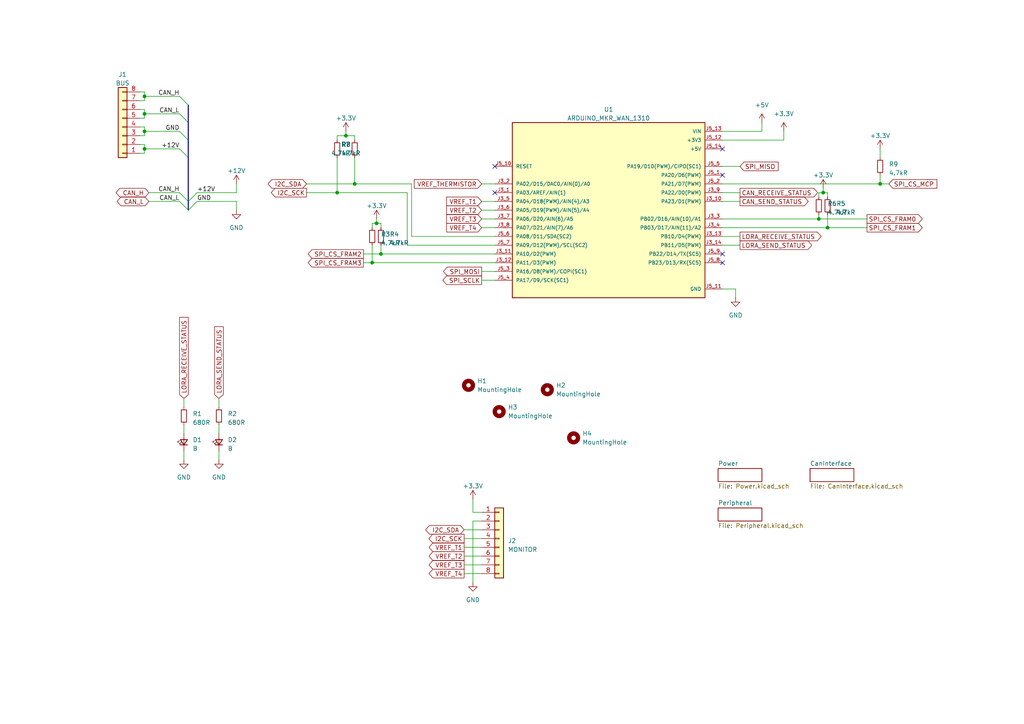
<source format=kicad_sch>
(kicad_sch (version 20250114) (generator "eeschema") (generator_version "9.0")
  (paper "A4")
  (lib_symbols
    (symbol "+3.3V_1" (power) (pin_numbers (hide yes)) (pin_names (offset 0) (hide yes))
      (property "Value" "+3.3V" (at 0 3.556 0))
      (symbol "+3.3V_1_0_1"
        (polyline (pts (xy -0.762 1.27) (xy 0 2.54)))
        (polyline (pts (xy 0 2.54) (xy 0.762 1.27)))
        (polyline (pts (xy 0 0) (xy 0 2.54)))
      )
      (symbol "+3.3V_1_1_1"
        (pin power_in line (at 0 0 90) (length 0) (name "~") (number "1"))
      )
    )
    (symbol "+5V_1" (power) (pin_numbers (hide yes)) (pin_names (offset 0) (hide yes))
      (property "Value" "+5V" (at 0 3.556 0))
      (symbol "+5V_1_0_1"
        (polyline (pts (xy -0.762 1.27) (xy 0 2.54)))
        (polyline (pts (xy 0 2.54) (xy 0.762 1.27)))
        (polyline (pts (xy 0 0) (xy 0 2.54)))
      )
      (symbol "+5V_1_1_1"
        (pin power_in line (at 0 0 90) (length 0) (name "~") (number "1"))
      )
    )
    (symbol "ARDUINO_MKR_WAN_1310:ARDUINO_MKR_WAN_1310" (pin_names (offset 1.016))
      (property "Reference" "U" (at -27.94 27.94 0))
      (property "Value" "ARDUINO_MKR_WAN_1310" (at -27.94 -27.94 0))
      (symbol "ARDUINO_MKR_WAN_1310_0_0"
        (rectangle (start -27.94 -25.4) (end 27.94 25.4) (stroke (width 0.254)) (fill (type background)))
        (pin input line (at -33.02 12.7 0) (length 5.08) (name "RESET") (number "J5_10"))
        (pin bidirectional line (at -33.02 7.62 0) (length 5.08) (name "PA02/D15/DAC0/AIN(0)/A0") (number "J3_2"))
        (pin bidirectional line (at -33.02 5.08 0) (length 5.08) (name "PA03/AREF/AIN(1)") (number "J3_1"))
        (pin bidirectional line (at -33.02 2.54 0) (length 5.08) (name "PA04/D18(PWM)/AIN(4)/A3") (number "J3_5"))
        (pin bidirectional line (at -33.02 0 0) (length 5.08) (name "PA05/D19(PWM)/AIN(5)/A4") (number "J3_6"))
        (pin bidirectional line (at -33.02 -2.54 0) (length 5.08) (name "PA06/D20/AIN(6)/A5") (number "J3_7"))
        (pin bidirectional line (at -33.02 -5.08 0) (length 5.08) (name "PA07/D21/AIN(7)/A6") (number "J3_8"))
        (pin bidirectional line (at -33.02 -7.62 0) (length 5.08) (name "PA08/D11/SDA(SC2)") (number "J5_6"))
        (pin bidirectional line (at -33.02 -10.16 0) (length 5.08) (name "PA09/D12(PWM)/SCL(SC2)") (number "J5_7"))
        (pin bidirectional line (at -33.02 -12.7 0) (length 5.08) (name "PA10/D2(PWM)") (number "J3_11"))
        (pin bidirectional line (at -33.02 -15.24 0) (length 5.08) (name "PA11/D3(PWM)") (number "J3_12"))
        (pin bidirectional line (at -33.02 -17.78 0) (length 5.08) (name "PA16/D8(PWM)/COPI(SC1)") (number "J5_3"))
        (pin bidirectional line (at -33.02 -20.32 0) (length 5.08) (name "PA17/D9/SCK(SC1)") (number "J5_4"))
        (pin power_in line (at 33.02 22.86 180) (length 5.08) (name "VIN") (number "J5_13"))
        (pin power_in line (at 33.02 20.32 180) (length 5.08) (name "+3V3") (number "J5_12"))
        (pin power_in line (at 33.02 17.78 180) (length 5.08) (name "+5V") (number "J5_14"))
        (pin bidirectional line (at 33.02 12.7 180) (length 5.08) (name "PA19/D10(PWM)/CIPO(SC1)") (number "J5_5"))
        (pin bidirectional line (at 33.02 10.16 180) (length 5.08) (name "PA20/D6(PWM)") (number "J5_1"))
        (pin bidirectional line (at 33.02 7.62 180) (length 5.08) (name "PA21/D7(PWM)") (number "J5_2"))
        (pin bidirectional line (at 33.02 5.08 180) (length 5.08) (name "PA22/D0(PWM)") (number "J3_9"))
        (pin bidirectional line (at 33.02 2.54 180) (length 5.08) (name "PA23/D1(PWM)") (number "J3_10"))
        (pin bidirectional line (at 33.02 -2.54 180) (length 5.08) (name "PB02/D16/AIN(10)/A1") (number "J3_3"))
        (pin bidirectional line (at 33.02 -5.08 180) (length 5.08) (name "PB03/D17/AIN(11)/A2") (number "J3_4"))
        (pin bidirectional line (at 33.02 -7.62 180) (length 5.08) (name "PB10/D4(PWM)") (number "J3_13"))
        (pin bidirectional line (at 33.02 -10.16 180) (length 5.08) (name "PB11/D5(PWM)") (number "J3_14"))
        (pin bidirectional line (at 33.02 -12.7 180) (length 5.08) (name "PB22/D14/TX(SC5)") (number "J5_9"))
        (pin bidirectional line (at 33.02 -15.24 180) (length 5.08) (name "PB23/D13/RX(SC5)") (number "J5_8"))
        (pin power_in line (at 33.02 -22.86 180) (length 5.08) (name "GND") (number "J5_11"))
      )
    )
    (symbol "Connector_Generic:Conn_01x08" (pin_names (offset 1.016) (hide yes))
      (property "Reference" "J" (at 0 10.16 0))
      (property "Value" "Conn_01x08" (at 0 -12.7 0))
      (symbol "Conn_01x08_1_1"
        (rectangle (start -1.27 8.89) (end 1.27 -11.43) (stroke (width 0.254)) (fill (type background)))
        (rectangle (start -1.27 7.747) (end 0 7.493) (stroke (width 0.1524)))
        (rectangle (start -1.27 5.207) (end 0 4.953) (stroke (width 0.1524)))
        (rectangle (start -1.27 2.667) (end 0 2.413) (stroke (width 0.1524)))
        (rectangle (start -1.27 0.127) (end 0 -0.127) (stroke (width 0.1524)))
        (rectangle (start -1.27 -2.413) (end 0 -2.667) (stroke (width 0.1524)))
        (rectangle (start -1.27 -4.953) (end 0 -5.207) (stroke (width 0.1524)))
        (rectangle (start -1.27 -7.493) (end 0 -7.747) (stroke (width 0.1524)))
        (rectangle (start -1.27 -10.033) (end 0 -10.287) (stroke (width 0.1524)))
        (pin passive line (at -5.08 7.62 0) (length 3.81) (name "Pin_1") (number "1"))
        (pin passive line (at -5.08 5.08 0) (length 3.81) (name "Pin_2") (number "2"))
        (pin passive line (at -5.08 2.54 0) (length 3.81) (name "Pin_3") (number "3"))
        (pin passive line (at -5.08 0 0) (length 3.81) (name "Pin_4") (number "4"))
        (pin passive line (at -5.08 -2.54 0) (length 3.81) (name "Pin_5") (number "5"))
        (pin passive line (at -5.08 -5.08 0) (length 3.81) (name "Pin_6") (number "6"))
        (pin passive line (at -5.08 -7.62 0) (length 3.81) (name "Pin_7") (number "7"))
        (pin passive line (at -5.08 -10.16 0) (length 3.81) (name "Pin_8") (number "8"))
      )
    )
    (symbol "Device:LED_Small" (pin_numbers (hide yes)) (pin_names (offset 0.254) (hide yes))
      (property "Reference" "D" (at -1.27 3.175 0))
      (property "Value" "LED_Small" (at -4.445 -2.54 0))
      (symbol "LED_Small_0_1"
        (polyline (pts (xy -0.762 -1.016) (xy -0.762 1.016)) (stroke (width 0.254)))
        (polyline (pts (xy 0 0.762) (xy -0.508 1.27) (xy -0.254 1.27) (xy -0.508 1.27) (xy -0.508 1.016)))
        (polyline (pts (xy 0.508 1.27) (xy 0 1.778) (xy 0.254 1.778) (xy 0 1.778) (xy 0 1.524)))
        (polyline (pts (xy 0.762 -1.016) (xy -0.762 0) (xy 0.762 1.016) (xy 0.762 -1.016)) (stroke (width 0.254)))
        (polyline (pts (xy 1.016 0) (xy -0.762 0)))
      )
      (symbol "LED_Small_1_1"
        (pin passive line (at -2.54 0 0) (length 1.778) (name "K") (number "1"))
        (pin passive line (at 2.54 0 180) (length 1.778) (name "A") (number "2"))
      )
    )
    (symbol "Device:R_Small" (pin_numbers (hide yes)) (pin_names (offset 0.254) (hide yes))
      (property "Reference" "R" (at 0.762 0.508 0))
      (property "Value" "R_Small" (at 0.762 -1.016 0))
      (symbol "R_Small_0_1"
        (rectangle (start -0.762 1.778) (end 0.762 -1.778) (stroke (width 0.2032)))
      )
      (symbol "R_Small_1_1"
        (pin passive line (at 0 2.54 270) (length 0.762) (name "~") (number "1"))
        (pin passive line (at 0 -2.54 90) (length 0.762) (name "~") (number "2"))
      )
    )
    (symbol "GND_1" (power) (pin_numbers (hide yes)) (pin_names (offset 0) (hide yes))
      (property "Value" "GND" (at 0 -3.81 0))
      (symbol "GND_1_0_1"
        (polyline (pts (xy 0 0) (xy 0 -1.27) (xy 1.27 -1.27) (xy 0 -2.54) (xy -1.27 -1.27) (xy 0 -1.27)))
      )
      (symbol "GND_1_1_1"
        (pin power_in line (at 0 0 270) (length 0) (name "~") (number "1"))
      )
    )
    (symbol "Mechanical:MountingHole" (pin_names (offset 1.016)) (in_bom no)
      (property "Reference" "H" (at 0 5.08 0))
      (property "Value" "MountingHole" (at 0 3.175 0))
      (symbol "MountingHole_0_1"
        (circle (center 0 0) (radius 1.27) (stroke (width 1.27)))
      )
    )
    (symbol "power:+12V" (power) (pin_names (offset 0))
      (property "Value" "+12V" (at 0 3.556 0))
      (symbol "+12V_0_1"
        (polyline (pts (xy -0.762 1.27) (xy 0 2.54)))
        (polyline (pts (xy 0 2.54) (xy 0.762 1.27)))
        (polyline (pts (xy 0 0) (xy 0 2.54)))
      )
      (symbol "+12V_1_1"
        (pin power_in line (at 0 0 90) (length 0) (hide yes) (name "+12V") (number "1"))
      )
    )
    (symbol "power:+3.3V" (power) (pin_names (offset 0))
      (property "Value" "+3.3V" (at 0 3.556 0))
      (symbol "+3.3V_0_1"
        (polyline (pts (xy -0.762 1.27) (xy 0 2.54)))
        (polyline (pts (xy 0 2.54) (xy 0.762 1.27)))
        (polyline (pts (xy 0 0) (xy 0 2.54)))
      )
      (symbol "+3.3V_1_1"
        (pin power_in line (at 0 0 90) (length 0) (hide yes) (name "+3.3V") (number "1"))
      )
    )
    (symbol "power:GND" (power) (pin_names (offset 0))
      (property "Value" "GND" (at 0 -3.81 0))
      (symbol "GND_0_1"
        (polyline (pts (xy 0 0) (xy 0 -1.27) (xy 1.27 -1.27) (xy 0 -2.54) (xy -1.27 -1.27) (xy 0 -1.27)))
      )
      (symbol "GND_1_1"
        (pin power_in line (at 0 0 270) (length 0) (hide yes) (name "GND") (number "1"))
      )
    )
  )
  (junction (at 41.91 38.1))
  (junction (at 41.91 43.18))
  (junction (at 41.91 27.94))
  (junction (at 41.91 33.02))
  (junction (at 110.49 73.66))
  (junction (at 237.49 63.5))
  (junction (at 109.22 64.77))
  (junction (at 255.27 53.34))
  (junction (at 102.87 53.34))
  (junction (at 238.76 55.88))
  (junction (at 240.03 66.04))
  (junction (at 97.79 55.88))
  (junction (at 107.95 76.2))
  (junction (at 100.33 39.37))
  (no_connect (at 209.55 73.66))
  (no_connect (at 209.55 50.8))
  (no_connect (at 209.55 76.2))
  (no_connect (at 143.51 48.26))
  (no_connect (at 143.51 55.88))
  (no_connect (at 209.55 43.18))
  (bus_entry (at 52.07 43.18) (size 2.54 2.54))
  (bus_entry (at 54.61 60.96) (size 2.54 -2.54))
  (bus_entry (at 54.61 58.42) (size -2.54 -2.54))
  (bus_entry (at 52.07 38.1) (size 2.54 2.54))
  (bus_entry (at 54.61 60.96) (size -2.54 -2.54))
  (bus_entry (at 52.07 27.94) (size 2.54 2.54))
  (bus_entry (at 52.07 33.02) (size 2.54 2.54))
  (bus_entry (at 54.61 58.42) (size 2.54 -2.54))
  (wire (pts (xy 88.9 55.88) (xy 97.79 55.88)))
  (wire (pts (xy 52.07 55.88) (xy 43.18 55.88)))
  (wire (pts (xy 209.55 68.58) (xy 214.63 68.58)))
  (wire (pts (xy 41.91 33.02) (xy 52.07 33.02)))
  (wire (pts (xy 53.34 130.81) (xy 53.34 133.35)))
  (wire (pts (xy 41.91 44.45) (xy 41.91 43.18)))
  (wire (pts (xy 209.55 48.26) (xy 214.63 48.26)))
  (wire (pts (xy 110.49 64.77) (xy 109.22 64.77)))
  (wire (pts (xy 97.79 55.88) (xy 118.11 55.88)))
  (wire (pts (xy 227.33 40.64) (xy 227.33 38.1)))
  (wire (pts (xy 119.38 53.34) (xy 119.38 68.58)))
  (wire (pts (xy 41.91 27.94) (xy 52.07 27.94)))
  (wire (pts (xy 100.33 39.37) (xy 102.87 39.37)))
  (wire (pts (xy 237.49 55.88) (xy 237.49 57.15)))
  (wire (pts (xy 137.16 168.91) (xy 137.16 151.13)))
  (wire (pts (xy 68.58 53.34) (xy 68.58 55.88)))
  (wire (pts (xy 102.87 45.72) (xy 102.87 53.34)))
  (wire (pts (xy 41.91 39.37) (xy 40.64 39.37)))
  (wire (pts (xy 63.5 130.81) (xy 63.5 133.35)))
  (wire (pts (xy 139.7 58.42) (xy 143.51 58.42)))
  (wire (pts (xy 134.62 166.37) (xy 139.7 166.37)))
  (wire (pts (xy 41.91 38.1) (xy 52.07 38.1)))
  (wire (pts (xy 68.58 60.96) (xy 68.58 58.42)))
  (wire (pts (xy 40.64 34.29) (xy 41.91 34.29)))
  (wire (pts (xy 134.62 158.75) (xy 139.7 158.75)))
  (wire (pts (xy 41.91 27.94) (xy 41.91 29.21)))
  (wire (pts (xy 40.64 29.21) (xy 41.91 29.21)))
  (wire (pts (xy 110.49 73.66) (xy 110.49 71.12)))
  (wire (pts (xy 134.62 156.21) (xy 139.7 156.21)))
  (bus (pts (xy 54.61 30.48) (xy 54.61 35.56)))
  (wire (pts (xy 209.55 63.5) (xy 237.49 63.5)))
  (wire (pts (xy 255.27 53.34) (xy 257.81 53.34)))
  (bus (pts (xy 54.61 45.72) (xy 54.61 58.42)))
  (wire (pts (xy 238.76 55.88) (xy 237.49 55.88)))
  (wire (pts (xy 209.55 83.82) (xy 213.36 83.82)))
  (wire (pts (xy 255.27 43.18) (xy 255.27 45.72)))
  (wire (pts (xy 137.16 151.13) (xy 139.7 151.13)))
  (wire (pts (xy 41.91 38.1) (xy 41.91 39.37)))
  (wire (pts (xy 41.91 41.91) (xy 41.91 43.18)))
  (wire (pts (xy 119.38 68.58) (xy 143.51 68.58)))
  (wire (pts (xy 40.64 36.83) (xy 41.91 36.83)))
  (wire (pts (xy 40.64 44.45) (xy 41.91 44.45)))
  (wire (pts (xy 209.55 53.34) (xy 255.27 53.34)))
  (wire (pts (xy 209.55 40.64) (xy 227.33 40.64)))
  (wire (pts (xy 139.7 60.96) (xy 143.51 60.96)))
  (wire (pts (xy 139.7 66.04) (xy 143.51 66.04)))
  (wire (pts (xy 139.7 81.28) (xy 143.51 81.28)))
  (wire (pts (xy 109.22 64.77) (xy 107.95 64.77)))
  (wire (pts (xy 139.7 78.74) (xy 143.51 78.74)))
  (wire (pts (xy 134.62 153.67) (xy 139.7 153.67)))
  (wire (pts (xy 240.03 62.23) (xy 240.03 66.04)))
  (wire (pts (xy 220.98 38.1) (xy 220.98 35.56)))
  (wire (pts (xy 110.49 66.04) (xy 110.49 64.77)))
  (wire (pts (xy 209.55 55.88) (xy 214.63 55.88)))
  (wire (pts (xy 68.58 55.88) (xy 57.15 55.88)))
  (wire (pts (xy 118.11 71.12) (xy 143.51 71.12)))
  (wire (pts (xy 137.16 148.59) (xy 139.7 148.59)))
  (wire (pts (xy 240.03 55.88) (xy 240.03 57.15)))
  (wire (pts (xy 209.55 38.1) (xy 220.98 38.1)))
  (wire (pts (xy 209.55 58.42) (xy 214.63 58.42)))
  (wire (pts (xy 100.33 38.1) (xy 100.33 39.37)))
  (wire (pts (xy 41.91 36.83) (xy 41.91 38.1)))
  (wire (pts (xy 237.49 63.5) (xy 251.46 63.5)))
  (bus (pts (xy 54.61 35.56) (xy 54.61 40.64)))
  (wire (pts (xy 118.11 55.88) (xy 118.11 71.12)))
  (wire (pts (xy 102.87 39.37) (xy 102.87 40.64)))
  (wire (pts (xy 63.5 123.19) (xy 63.5 125.73)))
  (wire (pts (xy 209.55 71.12) (xy 214.63 71.12)))
  (wire (pts (xy 41.91 34.29) (xy 41.91 33.02)))
  (wire (pts (xy 53.34 115.57) (xy 53.34 118.11)))
  (wire (pts (xy 107.95 64.77) (xy 107.95 66.04)))
  (bus (pts (xy 54.61 58.42) (xy 54.61 60.96)))
  (wire (pts (xy 137.16 144.78) (xy 137.16 148.59)))
  (wire (pts (xy 88.9 53.34) (xy 102.87 53.34)))
  (wire (pts (xy 105.41 73.66) (xy 110.49 73.66)))
  (wire (pts (xy 97.79 39.37) (xy 100.33 39.37)))
  (wire (pts (xy 102.87 53.34) (xy 119.38 53.34)))
  (wire (pts (xy 134.62 161.29) (xy 139.7 161.29)))
  (wire (pts (xy 53.34 123.19) (xy 53.34 125.73)))
  (wire (pts (xy 238.76 54.61) (xy 238.76 55.88)))
  (bus (pts (xy 54.61 40.64) (xy 54.61 45.72)))
  (wire (pts (xy 255.27 50.8) (xy 255.27 53.34)))
  (wire (pts (xy 63.5 115.57) (xy 63.5 118.11)))
  (wire (pts (xy 240.03 66.04) (xy 251.46 66.04)))
  (wire (pts (xy 68.58 58.42) (xy 57.15 58.42)))
  (wire (pts (xy 107.95 71.12) (xy 107.95 76.2)))
  (wire (pts (xy 134.62 163.83) (xy 139.7 163.83)))
  (wire (pts (xy 97.79 45.72) (xy 97.79 55.88)))
  (wire (pts (xy 105.41 76.2) (xy 107.95 76.2)))
  (wire (pts (xy 109.22 63.5) (xy 109.22 64.77)))
  (wire (pts (xy 40.64 31.75) (xy 41.91 31.75)))
  (wire (pts (xy 40.64 41.91) (xy 41.91 41.91)))
  (wire (pts (xy 41.91 43.18) (xy 52.07 43.18)))
  (wire (pts (xy 41.91 27.94) (xy 41.91 26.67)))
  (wire (pts (xy 110.49 73.66) (xy 143.51 73.66)))
  (wire (pts (xy 52.07 58.42) (xy 43.18 58.42)))
  (wire (pts (xy 41.91 33.02) (xy 41.91 31.75)))
  (wire (pts (xy 209.55 66.04) (xy 240.03 66.04)))
  (wire (pts (xy 143.51 76.2) (xy 107.95 76.2)))
  (wire (pts (xy 139.7 63.5) (xy 143.51 63.5)))
  (wire (pts (xy 139.7 53.34) (xy 143.51 53.34)))
  (wire (pts (xy 97.79 39.37) (xy 97.79 40.64)))
  (wire (pts (xy 213.36 83.82) (xy 213.36 86.36)))
  (wire (pts (xy 40.64 26.67) (xy 41.91 26.67)))
  (wire (pts (xy 237.49 62.23) (xy 237.49 63.5)))
  (wire (pts (xy 240.03 55.88) (xy 238.76 55.88)))
  (label "GND" (at 52.07 38.1 180))
  (label "CAN_L" (at 52.07 33.02 180))
  (label "GND" (at 57.15 58.42 0))
  (label "+12V" (at 52.07 43.18 180))
  (label "CAN_L" (at 52.07 58.42 180))
  (label "+12V" (at 57.15 55.88 0))
  (label "CAN_H" (at 52.07 27.94 180))
  (label "CAN_H" (at 52.07 55.88 180))
  (global_label "I2C_SCK" (shape output) (at 88.9 55.88 180) (property "Intersheetrefs" "${INTERSHEET_REFS}" (effects (hide yes))))
  (global_label "VREF_T3" (shape input) (at 139.7 63.5 180) (property "Intersheetrefs" "${INTERSHEET_REFS}" (effects (hide yes))))
  (global_label "VREF_T2" (shape output) (at 134.62 161.29 180) (property "Intersheetrefs" "${INTERSHEET_REFS}" (effects (hide yes))))
  (global_label "SPI_CS_FRAM3" (shape output) (at 105.41 76.2 180) (property "Intersheetrefs" "${INTERSHEET_REFS}" (effects (hide yes))))
  (global_label "LORA_RECEIVE_STATUS" (shape output) (at 214.63 68.58 0) (property "Intersheetrefs" "${INTERSHEET_REFS}" (effects (hide yes))))
  (global_label "SPI_CS_FRAM2" (shape output) (at 105.41 73.66 180) (property "Intersheetrefs" "${INTERSHEET_REFS}" (effects (hide yes))))
  (global_label "VREF_T4" (shape output) (at 134.62 166.37 180) (property "Intersheetrefs" "${INTERSHEET_REFS}" (effects (hide yes))))
  (global_label "I2C_SCK" (shape output) (at 134.62 156.21 180) (property "Intersheetrefs" "${INTERSHEET_REFS}" (effects (hide yes))))
  (global_label "SPI_CS_FRAM1" (shape output) (at 251.46 66.04 0) (property "Intersheetrefs" "${INTERSHEET_REFS}" (effects (hide yes))))
  (global_label "VREF_T3" (shape output) (at 134.62 163.83 180) (property "Intersheetrefs" "${INTERSHEET_REFS}" (effects (hide yes))))
  (global_label "VREF_T1" (shape output) (at 134.62 158.75 180) (property "Intersheetrefs" "${INTERSHEET_REFS}" (effects (hide yes))))
  (global_label "VREF_T4" (shape input) (at 139.7 66.04 180) (property "Intersheetrefs" "${INTERSHEET_REFS}" (effects (hide yes))))
  (global_label "VREF_T1" (shape input) (at 139.7 58.42 180) (property "Intersheetrefs" "${INTERSHEET_REFS}" (effects (hide yes))))
  (global_label "CAN_L" (shape bidirectional) (at 43.18 58.42 180) (property "Intersheetrefs" "${INTERSHEET_REFS}" (effects (hide yes))))
  (global_label "SPI_MOSI" (shape output) (at 139.7 78.74 180) (property "Intersheetrefs" "${INTERSHEET_REFS}" (effects (hide yes))))
  (global_label "I2C_SDA" (shape bidirectional) (at 134.62 153.67 180) (property "Intersheetrefs" "${INTERSHEET_REFS}" (effects (hide yes))))
  (global_label "LORA_RECEIVE_STATUS" (shape input) (at 53.34 115.57 90) (property "Intersheetrefs" "${INTERSHEET_REFS}" (effects (hide yes))))
  (global_label "VREF_T2" (shape input) (at 139.7 60.96 180) (property "Intersheetrefs" "${INTERSHEET_REFS}" (effects (hide yes))))
  (global_label "LORA_SEND_STATUS" (shape output) (at 214.63 71.12 0) (property "Intersheetrefs" "${INTERSHEET_REFS}" (effects (hide yes))))
  (global_label "SPI_SCLK" (shape output) (at 139.7 81.28 180) (property "Intersheetrefs" "${INTERSHEET_REFS}" (effects (hide yes))))
  (global_label "CAN_SEND_STATUS" (shape output) (at 214.63 58.42 0) (property "Intersheetrefs" "${INTERSHEET_REFS}" (effects (hide yes))))
  (global_label "SPI_CS_MCP" (shape input) (at 257.81 53.34 0) (property "Intersheetrefs" "${INTERSHEET_REFS}" (effects (hide yes))))
  (global_label "I2C_SDA" (shape bidirectional) (at 88.9 53.34 180) (property "Intersheetrefs" "${INTERSHEET_REFS}" (effects (hide yes))))
  (global_label "CAN_H" (shape bidirectional) (at 43.18 55.88 180) (property "Intersheetrefs" "${INTERSHEET_REFS}" (effects (hide yes))))
  (global_label "LORA_SEND_STATUS" (shape input) (at 63.5 115.57 90) (property "Intersheetrefs" "${INTERSHEET_REFS}" (effects (hide yes))))
  (global_label "VREF_THERMISTOR" (shape input) (at 139.7 53.34 180) (property "Intersheetrefs" "${INTERSHEET_REFS}" (effects (hide yes))))
  (global_label "CAN_RECEIVE_STATUS" (shape output) (at 214.63 55.88 0) (property "Intersheetrefs" "${INTERSHEET_REFS}" (effects (hide yes))))
  (global_label "SPI_CS_FRAM0" (shape output) (at 251.46 63.5 0) (property "Intersheetrefs" "${INTERSHEET_REFS}" (effects (hide yes))))
  (global_label "SPI_MISO" (shape input) (at 214.63 48.26 0) (property "Intersheetrefs" "${INTERSHEET_REFS}" (effects (hide yes))))
  (symbol (lib_id "power:+12V") (at 68.58 53.34 0) (mirror y) (unit 1)
    (property "Reference" "#PWR03" (effects (hide yes)))
    (property "Value" "+12V" (at 68.58 49.53 0))
  )
  (symbol (lib_id "power:+3.3V") (at 137.16 144.78 0) (unit 1)
    (property "Reference" "#PWR07" (effects (hide yes)))
    (property "Value" "+3.3V" (at 137.16 140.97 0))
  )
  (symbol (lib_id "Connector_Generic:Conn_01x08") (at 144.78 156.21 0) (unit 1)
    (property "Reference" "J2" (at 147.32 156.845 0) (effects (justify left)))
    (property "Value" "MONITOR" (at 147.32 159.385 0) (effects (justify left)))
    (property "Footprint" "TSRP_Connector:DF11-8DP-2DS" (effects (hide yes)))
    (property "Description" "Generic connector, single row, 01x08, script generated (kicad-library-utils/schlib/autogen/connector/)" (effects (hide yes)))
  )
  (symbol (lib_id "Device:R_Small") (at 255.27 48.26 180) (unit 1)
    (property "Reference" "R9" (at 257.81 47.625 0) (effects (justify right)))
    (property "Value" "4.7kR" (at 257.81 50.165 0) (effects (justify right)))
    (property "Footprint" "Resistor_SMD:R_0603_1608Metric_Pad0.98x0.95mm_HandSolder" (effects (hide yes)))
    (property "Datasheet" "https://www.chip1stop.com/view/dispDetail/DispDetail?partId=ROHM-0040161" (effects (hide yes)))
  )
  (symbol (lib_id "power:+3.3V") (at 238.76 54.61 0) (unit 1)
    (property "Reference" "#PWR06" (effects (hide yes)))
    (property "Value" "+3.3V" (at 238.76 50.8 0))
  )
  (symbol (lib_id "power:GND") (at 53.34 133.35 0) (unit 1)
    (property "Reference" "#PWR01" (effects (hide yes)))
    (property "Value" "GND" (at 53.34 138.43 0))
  )
  (symbol (lib_id "power:+3.3V") (at 255.27 43.18 0) (unit 1)
    (property "Reference" "#PWR013" (effects (hide yes)))
    (property "Value" "+3.3V" (at 255.27 39.37 0))
  )
  (symbol (lib_id "Device:R_Small") (at 97.79 43.18 180) (unit 1)
    (property "Reference" "R8" (at 99.06 41.91 0) (effects (justify right)))
    (property "Value" "4.7kR" (at 99.06 44.45 0) (effects (justify right)))
    (property "Footprint" "Resistor_SMD:R_0603_1608Metric_Pad0.98x0.95mm_HandSolder" (effects (hide yes)))
    (property "Datasheet" "https://www.chip1stop.com/view/dispDetail/DispDetail?partId=ROHM-0040161" (effects (hide yes)))
  )
  (symbol (lib_id "Mechanical:MountingHole") (at 158.75 113.03 0) (unit 1) (in_bom no)
    (property "Reference" "H2" (at 161.29 111.7599 0) (effects (justify left)))
    (property "Value" "MountingHole" (at 161.29 114.2999 0) (effects (justify left)))
    (property "Footprint" "MountingHole:MountingHole_4.3mm_M4" (effects (hide yes)))
    (property "Description" "Mounting Hole without connection" (effects (hide yes)))
  )
  (symbol (lib_id "power:GND") (at 68.58 60.96 0) (mirror y) (unit 1)
    (property "Reference" "#PWR04" (effects (hide yes)))
    (property "Value" "GND" (at 68.58 66.04 0))
  )
  (symbol (lib_id "Device:R_Small") (at 240.03 59.69 180) (unit 1)
    (property "Reference" "R5" (at 242.57 59.055 0) (effects (justify right)))
    (property "Value" "4.7kR" (at 242.57 61.595 0) (effects (justify right)))
    (property "Footprint" "Resistor_SMD:R_0603_1608Metric_Pad0.98x0.95mm_HandSolder" (effects (hide yes)))
    (property "Datasheet" "https://www.chip1stop.com/view/dispDetail/DispDetail?partId=ROHM-0040161" (effects (hide yes)))
  )
  (symbol (lib_name "+3.3V_1") (lib_id "power:+3.3V") (at 227.33 38.1 0) (unit 1)
    (property "Reference" "#PWR047" (effects (hide yes)))
    (property "Value" "+3.3V" (at 227.33 33.02 0))
    (property "Description" "Power symbol creates a global label with name \"+3.3V\"" (effects (hide yes)))
  )
  (symbol (lib_id "Mechanical:MountingHole") (at 166.37 127 0) (unit 1) (in_bom no)
    (property "Reference" "H4" (at 168.91 125.7299 0) (effects (justify left)))
    (property "Value" "MountingHole" (at 168.91 128.2699 0) (effects (justify left)))
    (property "Footprint" "MountingHole:MountingHole_4.3mm_M4" (effects (hide yes)))
    (property "Description" "Mounting Hole without connection" (effects (hide yes)))
  )
  (symbol (lib_id "Device:R_Small") (at 237.49 59.69 180) (unit 1)
    (property "Reference" "R6" (at 240.03 59.055 0) (effects (justify right)))
    (property "Value" "4.7kR" (at 240.03 61.595 0) (effects (justify right)))
    (property "Footprint" "Resistor_SMD:R_0603_1608Metric_Pad0.98x0.95mm_HandSolder" (effects (hide yes)))
    (property "Datasheet" "https://www.chip1stop.com/view/dispDetail/DispDetail?partId=ROHM-0040161" (effects (hide yes)))
  )
  (symbol (lib_id "ARDUINO_MKR_WAN_1310:ARDUINO_MKR_WAN_1310") (at 176.53 60.96 0) (unit 1)
    (property "Reference" "U1" (at 176.53 31.75 0))
    (property "Value" "ARDUINO_MKR_WAN_1310" (at 176.53 34.29 0))
    (property "Footprint" "TSRP_Arduino:BOARD_ARDUINO_MKR_WAN_1310" (effects (hide yes)))
    (property "MF" "Arduino" (effects (hide yes)))
    (property "MAXIMUM_PACKAGE_HEIGHT" "1.90mm" (effects (hide yes)))
    (property "Package" "None" (effects (hide yes)))
    (property "Price" "None" (effects (hide yes)))
    (property "Check_prices" "https://www.snapeda.com/parts/ARDUINOMKRWAN1310/Arduino/view-part/?ref=eda" (effects (hide yes)))
    (property "STANDARD" "Manufacturer Recommendations" (effects (hide yes)))
    (property "PARTREV" "06/27/2019" (effects (hide yes)))
    (property "SnapEDA_Link" "https://www.snapeda.com/parts/ARDUINOMKRWAN1310/Arduino/view-part/?ref=snap" (effects (hide yes)))
    (property "MP" "ARDUINOMKRWAN1310" (effects (hide yes)))
    (property "Description_1" "Arduino Pro; LoRa; SAM D21; 5VDC; Flash: 256kB; SRAM: 32kB" (effects (hide yes)))
    (property "SNAPEDA_PN" "ARDUINO MKR WAN 1310" (effects (hide yes)))
    (property "Availability" "Not in stock" (effects (hide yes)))
    (property "MANUFACTURER" "Arduino" (effects (hide yes)))
  )
  (symbol (lib_id "Mechanical:MountingHole") (at 135.89 111.76 0) (unit 1) (in_bom no)
    (property "Reference" "H1" (at 138.43 110.4899 0) (effects (justify left)))
    (property "Value" "MountingHole" (at 138.43 113.0299 0) (effects (justify left)))
    (property "Footprint" "MountingHole:MountingHole_4.3mm_M4" (effects (hide yes)))
    (property "Description" "Mounting Hole without connection" (effects (hide yes)))
  )
  (symbol (lib_id "Device:LED_Small") (at 53.34 128.27 90) (unit 1)
    (property "Reference" "D1" (at 55.88 127.5715 90) (effects (justify right)))
    (property "Value" "B" (at 55.88 130.1115 90) (effects (justify right)))
    (property "Footprint" "LED_SMD:LED_0603_1608Metric_Pad1.05x0.95mm_HandSolder" (effects (hide yes)))
    (property "Datasheet" "https://akizukidenshi.com/catalog/g/gI-03982/" (effects (hide yes)))
  )
  (symbol (lib_name "GND_1") (lib_id "power:GND") (at 213.36 86.36 0) (unit 1)
    (property "Reference" "#PWR010" (effects (hide yes)))
    (property "Value" "GND" (at 213.36 91.44 0))
    (property "Description" "Power symbol creates a global label with name \"GND\" , ground" (effects (hide yes)))
  )
  (symbol (lib_id "Mechanical:MountingHole") (at 144.78 119.38 0) (unit 1) (in_bom no)
    (property "Reference" "H3" (at 147.32 118.1099 0) (effects (justify left)))
    (property "Value" "MountingHole" (at 147.32 120.6499 0) (effects (justify left)))
    (property "Footprint" "MountingHole:MountingHole_4.3mm_M4" (effects (hide yes)))
    (property "Description" "Mounting Hole without connection" (effects (hide yes)))
  )
  (symbol (lib_id "power:GND") (at 137.16 168.91 0) (unit 1)
    (property "Reference" "#PWR08" (effects (hide yes)))
    (property "Value" "GND" (at 137.16 173.99 0))
  )
  (symbol (lib_id "power:+3.3V") (at 100.33 38.1 0) (unit 1)
    (property "Reference" "#PWR012" (effects (hide yes)))
    (property "Value" "+3.3V" (at 100.33 34.29 0))
  )
  (symbol (lib_id "Device:R_Small") (at 53.34 120.65 0) (unit 1)
    (property "Reference" "R1" (at 55.88 120.015 0) (effects (justify left)))
    (property "Value" "680R" (at 55.88 122.555 0) (effects (justify left)))
    (property "Footprint" "Resistor_SMD:R_0603_1608Metric_Pad0.98x0.95mm_HandSolder" (effects (hide yes)))
    (property "Datasheet" "https://www.chip1stop.com/view/dispDetail/DispDetail?partId=ROHM-0040175" (effects (hide yes)))
  )
  (symbol (lib_id "power:GND") (at 63.5 133.35 0) (unit 1)
    (property "Reference" "#PWR02" (effects (hide yes)))
    (property "Value" "GND" (at 63.5 138.43 0))
  )
  (symbol (lib_id "power:+3.3V") (at 109.22 63.5 0) (unit 1)
    (property "Reference" "#PWR05" (effects (hide yes)))
    (property "Value" "+3.3V" (at 109.22 59.69 0))
  )
  (symbol (lib_id "Device:R_Small") (at 110.49 68.58 180) (unit 1)
    (property "Reference" "R4" (at 113.03 67.945 0) (effects (justify right)))
    (property "Value" "4.7kR" (at 113.03 70.485 0) (effects (justify right)))
    (property "Footprint" "Resistor_SMD:R_0603_1608Metric_Pad0.98x0.95mm_HandSolder" (effects (hide yes)))
    (property "Datasheet" "https://www.chip1stop.com/view/dispDetail/DispDetail?partId=ROHM-0040161" (effects (hide yes)))
  )
  (symbol (lib_id "Device:R_Small") (at 102.87 43.18 0) (mirror x) (unit 1)
    (property "Reference" "R7" (at 101.6 41.91 0) (effects (justify right)))
    (property "Value" "4.7kR" (at 101.6 44.45 0) (effects (justify right)))
    (property "Footprint" "Resistor_SMD:R_0603_1608Metric_Pad0.98x0.95mm_HandSolder" (effects (hide yes)))
    (property "Datasheet" "https://www.chip1stop.com/view/dispDetail/DispDetail?partId=ROHM-0040161" (effects (hide yes)))
  )
  (symbol (lib_name "+5V_1") (lib_id "power:+5V") (at 220.98 35.56 0) (unit 1)
    (property "Reference" "#PWR048" (effects (hide yes)))
    (property "Value" "+5V" (at 220.98 30.48 0))
    (property "Description" "Power symbol creates a global label with name \"+5V\"" (effects (hide yes)))
  )
  (symbol (lib_id "Device:R_Small") (at 63.5 120.65 0) (unit 1)
    (property "Reference" "R2" (at 66.04 120.015 0) (effects (justify left)))
    (property "Value" "680R" (at 66.04 122.555 0) (effects (justify left)))
    (property "Footprint" "Resistor_SMD:R_0603_1608Metric_Pad0.98x0.95mm_HandSolder" (effects (hide yes)))
    (property "Datasheet" "https://www.chip1stop.com/view/dispDetail/DispDetail?partId=ROHM-0040175" (effects (hide yes)))
  )
  (symbol (lib_id "Device:LED_Small") (at 63.5 128.27 90) (unit 1)
    (property "Reference" "D2" (at 66.04 127.5715 90) (effects (justify right)))
    (property "Value" "B" (at 66.04 130.1115 90) (effects (justify right)))
    (property "Footprint" "LED_SMD:LED_0603_1608Metric_Pad1.05x0.95mm_HandSolder" (effects (hide yes)))
    (property "Datasheet" "https://akizukidenshi.com/catalog/g/gI-03982/" (effects (hide yes)))
  )
  (symbol (lib_id "Device:R_Small") (at 107.95 68.58 180) (unit 1)
    (property "Reference" "R3" (at 110.49 67.945 0) (effects (justify right)))
    (property "Value" "4.7kR" (at 110.49 70.485 0) (effects (justify right)))
    (property "Footprint" "Resistor_SMD:R_0603_1608Metric_Pad0.98x0.95mm_HandSolder" (effects (hide yes)))
    (property "Datasheet" "https://www.chip1stop.com/view/dispDetail/DispDetail?partId=ROHM-0040161" (effects (hide yes)))
  )
  (symbol (lib_id "Connector_Generic:Conn_01x08") (at 35.56 36.83 180) (unit 1)
    (property "Reference" "J1" (at 35.56 21.59 0))
    (property "Value" "BUS" (at 35.56 24.13 0))
    (property "Footprint" "TSRP_Connector:DF11-8DP-2DS" (effects (hide yes)))
    (property "Description" "Generic connector, single row, 01x08, script generated (kicad-library-utils/schlib/autogen/connector/)" (effects (hide yes)))
  )
  (sheet (at 234.95 135.89) (size 12.7 3.81) (stroke (width 0.1524))
    (property "Sheetname" "CanInterface" (at 234.95 135.1784 0) (effects (justify left bottom)))
    (property "Sheetfile" "CanInterface.kicad_sch" (at 234.95 140.2846 0) (effects (justify left top)))
  )
  (sheet (at 208.28 135.89) (size 12.7 3.81) (stroke (width 0.1524))
    (property "Sheetname" "Power" (at 208.28 135.1784 0) (effects (justify left bottom)))
    (property "Sheetfile" "Power.kicad_sch" (at 208.28 140.2846 0) (effects (justify left top)))
  )
  (sheet (at 208.28 147.32) (size 12.7 3.81) (stroke (width 0.1524))
    (property "Sheetname" "Peripheral" (at 208.28 146.6084 0) (effects (justify left bottom)))
    (property "Sheetfile" "Peripheral.kicad_sch" (at 208.28 151.7146 0) (effects (justify left top)))
  )
)
</source>
